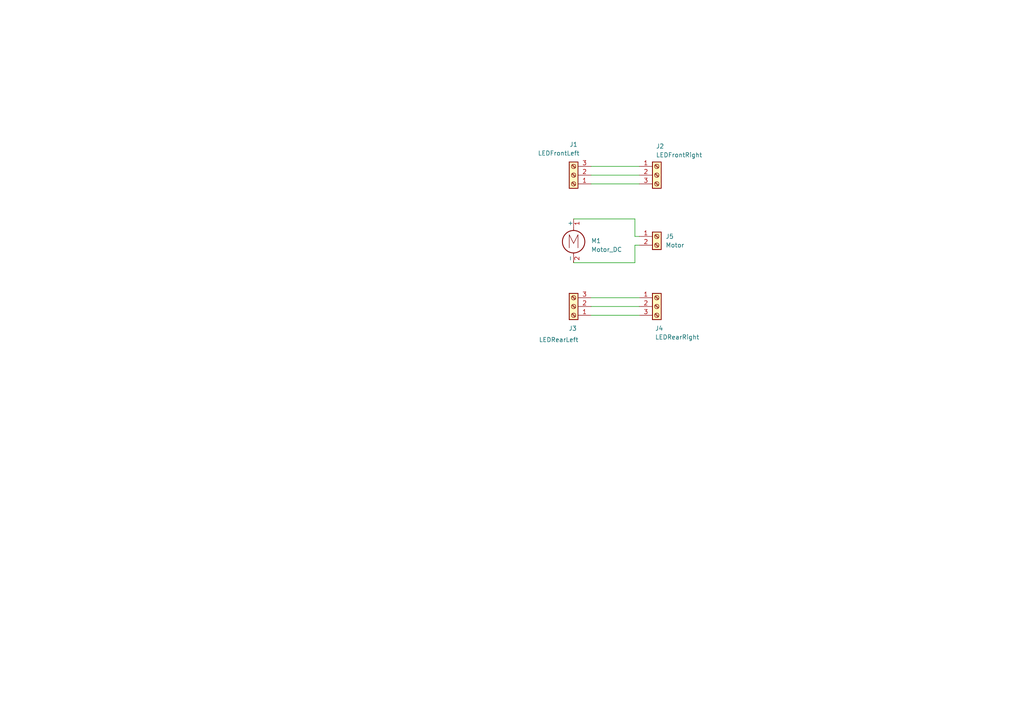
<source format=kicad_sch>
(kicad_sch (version 20250114) (generator "eeschema") (generator_version "9.0")
  (paper "A4")
  (lib_symbols
    (symbol "Connector:Screw_Terminal_01x02" (pin_names (offset 1.016) (hide yes))
      (property "Reference" "J" (at 0 2.54 0))
      (property "Value" "Screw_Terminal_01x02" (at 0 -5.08 0))
      (symbol "Screw_Terminal_01x02_1_1"
        (rectangle (start -1.27 1.27) (end 1.27 -3.81) (stroke (width 0.254)) (fill (type background)))
        (polyline (pts (xy -0.5334 0.3302) (xy 0.3302 -0.508)) (stroke (width 0.1524)))
        (polyline (pts (xy -0.5334 -2.2098) (xy 0.3302 -3.048)) (stroke (width 0.1524)))
        (polyline (pts (xy -0.3556 0.508) (xy 0.508 -0.3302)) (stroke (width 0.1524)))
        (polyline (pts (xy -0.3556 -2.032) (xy 0.508 -2.8702)) (stroke (width 0.1524)))
        (circle (center 0 0) (radius 0.635) (stroke (width 0.1524)))
        (circle (center 0 -2.54) (radius 0.635) (stroke (width 0.1524)))
        (pin passive line (at -5.08 0 0) (length 3.81) (name "Pin_1") (number "1"))
        (pin passive line (at -5.08 -2.54 0) (length 3.81) (name "Pin_2") (number "2"))
      )
    )
    (symbol "Connector:Screw_Terminal_01x03" (pin_names (offset 1.016) (hide yes))
      (property "Reference" "J" (at 0 5.08 0))
      (property "Value" "Screw_Terminal_01x03" (at 0 -5.08 0))
      (symbol "Screw_Terminal_01x03_1_1"
        (rectangle (start -1.27 3.81) (end 1.27 -3.81) (stroke (width 0.254)) (fill (type background)))
        (polyline (pts (xy -0.5334 2.8702) (xy 0.3302 2.032)) (stroke (width 0.1524)))
        (polyline (pts (xy -0.5334 0.3302) (xy 0.3302 -0.508)) (stroke (width 0.1524)))
        (polyline (pts (xy -0.5334 -2.2098) (xy 0.3302 -3.048)) (stroke (width 0.1524)))
        (polyline (pts (xy -0.3556 3.048) (xy 0.508 2.2098)) (stroke (width 0.1524)))
        (polyline (pts (xy -0.3556 0.508) (xy 0.508 -0.3302)) (stroke (width 0.1524)))
        (polyline (pts (xy -0.3556 -2.032) (xy 0.508 -2.8702)) (stroke (width 0.1524)))
        (circle (center 0 2.54) (radius 0.635) (stroke (width 0.1524)))
        (circle (center 0 0) (radius 0.635) (stroke (width 0.1524)))
        (circle (center 0 -2.54) (radius 0.635) (stroke (width 0.1524)))
        (pin passive line (at -5.08 2.54 0) (length 3.81) (name "Pin_1") (number "1"))
        (pin passive line (at -5.08 0 0) (length 3.81) (name "Pin_2") (number "2"))
        (pin passive line (at -5.08 -2.54 0) (length 3.81) (name "Pin_3") (number "3"))
      )
    )
    (symbol "Motor:Motor_DC" (pin_names (offset 0))
      (property "Reference" "M" (at 2.54 2.54 0))
      (property "Value" "Motor_DC" (at 2.54 -5.08 0))
      (symbol "Motor_DC_0_0"
        (polyline (pts (xy -1.27 -3.302) (xy -1.27 0.508) (xy 0 -2.032) (xy 1.27 0.508) (xy 1.27 -3.302)))
      )
      (symbol "Motor_DC_0_1"
        (polyline (pts (xy 0 2.032) (xy 0 2.54)))
        (polyline (pts (xy 0 1.7272) (xy 0 2.0828)))
        (circle (center 0 -1.524) (radius 3.2512) (stroke (width 0.254)))
        (polyline (pts (xy 0 -4.7752) (xy 0 -5.1816)))
        (polyline (pts (xy 0 -7.62) (xy 0 -7.112)))
      )
      (symbol "Motor_DC_1_1"
        (pin passive line (at 0 5.08 270) (length 2.54) (name "+") (number "1"))
        (pin passive line (at 0 -7.62 90) (length 2.54) (name "-") (number "2"))
      )
    )
  )
  (wire (pts (xy 184.15 68.58) (xy 185.42 68.58)))
  (wire (pts (xy 184.15 71.12) (xy 184.15 76.2)))
  (wire (pts (xy 171.45 88.9) (xy 185.42 88.9)))
  (wire (pts (xy 171.45 53.34) (xy 185.42 53.34)))
  (wire (pts (xy 184.15 71.12) (xy 185.42 71.12)))
  (wire (pts (xy 171.45 86.36) (xy 185.42 86.36)))
  (wire (pts (xy 166.37 63.5) (xy 184.15 63.5)))
  (wire (pts (xy 171.45 91.44) (xy 185.42 91.44)))
  (wire (pts (xy 171.45 48.26) (xy 185.42 48.26)))
  (wire (pts (xy 184.15 76.2) (xy 166.37 76.2)))
  (wire (pts (xy 184.15 63.5) (xy 184.15 68.58)))
  (wire (pts (xy 171.45 50.8) (xy 185.42 50.8)))
  (symbol (lib_id "Connector:Screw_Terminal_01x03") (at 190.5 50.8 0) (unit 1)
    (property "Reference" "J2" (at 190.246 42.418 0) (effects (justify left)))
    (property "Value" "LEDFrontRight" (at 190.246 44.958 0) (effects (justify left)))
    (property "Footprint" "Connector_JST:JST_XH_S3B-XH-A_1x03_P2.50mm_Horizontal" (effects (hide yes)))
    (property "Datasheet" "https://cz.mouser.com/datasheet/3/1070/1/eXH.pdf" (effects (hide yes)))
    (property "Description" "JST XH 3 pin, zásuvka, boční" (effects (hide yes)))
    (property "Manufacturer Part Number" "S3B-XH-A-E(LF)(SN)" (effects (hide yes)))
    (property "Supplier" "Mouser" (effects (hide yes)))
    (property "Supplier Part Number" "306-S3BXHAELFSN" (effects (hide yes)))
  )
  (symbol (lib_id "Connector:Screw_Terminal_01x03") (at 190.5 88.9 0) (unit 1)
    (property "Reference" "J4" (at 189.992 95.25 0) (effects (justify left)))
    (property "Value" "LEDRearRight" (at 189.992 97.79 0) (effects (justify left)))
    (property "Footprint" "Connector_JST:JST_XH_S3B-XH-A_1x03_P2.50mm_Horizontal" (effects (hide yes)))
    (property "Datasheet" "https://cz.mouser.com/datasheet/3/1070/1/eXH.pdf" (effects (hide yes)))
    (property "Description" "JST XH 3 pin, zásuvka, boční" (effects (hide yes)))
    (property "Manufacturer Part Number" "S3B-XH-A-E(LF)(SN)" (effects (hide yes)))
    (property "Supplier" "Mouser" (effects (hide yes)))
    (property "Supplier Part Number" "306-S3BXHAELFSN" (effects (hide yes)))
  )
  (symbol (lib_id "Motor:Motor_DC") (at 166.37 68.58 0) (unit 1)
    (property "Reference" "M1" (at 171.45 69.8499 0) (effects (justify left)))
    (property "Value" "Motor_DC" (at 171.45 72.3899 0) (effects (justify left)))
    (property "Footprint" "topMotor:topMotor" (effects (hide yes)))
    (property "Description" "DC Motor" (effects (hide yes)))
  )
  (symbol (lib_id "Connector:Screw_Terminal_01x03") (at 166.37 88.9 180) (unit 1)
    (property "Reference" "J3" (at 166.116 95.25 0))
    (property "Value" "LEDRearLeft" (at 162.052 98.552 0))
    (property "Footprint" "Connector_JST:JST_XH_S3B-XH-A_1x03_P2.50mm_Horizontal" (effects (hide yes)))
    (property "Datasheet" "https://cz.mouser.com/datasheet/3/1070/1/eXH.pdf" (effects (hide yes)))
    (property "Description" "JST XH 3 pin, zásuvka, boční" (effects (hide yes)))
    (property "Manufacturer Part Number" "S3B-XH-A-E(LF)(SN)" (effects (hide yes)))
    (property "Supplier" "Mouser" (effects (hide yes)))
    (property "Supplier Part Number" "306-S3BXHAELFSN" (effects (hide yes)))
  )
  (symbol (lib_id "Connector:Screw_Terminal_01x03") (at 166.37 50.8 180) (unit 1)
    (property "Reference" "J1" (at 166.37 41.91 0))
    (property "Value" "LEDFrontLeft" (at 162.052 44.45 0))
    (property "Footprint" "Connector_JST:JST_XH_S3B-XH-A_1x03_P2.50mm_Horizontal" (effects (hide yes)))
    (property "Datasheet" "https://cz.mouser.com/datasheet/3/1070/1/eXH.pdf" (effects (hide yes)))
    (property "Description" "JST XH 3 pin, zásuvka, boční" (effects (hide yes)))
    (property "Manufacturer Part Number" "S3B-XH-A-E(LF)(SN)" (effects (hide yes)))
    (property "Supplier" "Mouser" (effects (hide yes)))
    (property "Supplier Part Number" "306-S3BXHAELFSN" (effects (hide yes)))
  )
  (symbol (lib_id "Connector:Screw_Terminal_01x02") (at 190.5 68.58 0) (unit 1)
    (property "Reference" "J5" (at 193.04 68.5799 0) (effects (justify left)))
    (property "Value" "Motor" (at 193.04 71.1199 0) (effects (justify left)))
    (property "Footprint" "Connector_JST:JST_XH_S2B-XH-A_1x02_P2.50mm_Horizontal" (effects (hide yes)))
    (property "Datasheet" "https://cz.mouser.com/datasheet/3/1070/1/eXH.pdf" (effects (hide yes)))
    (property "Description" "JST XH 2 pin, zásuvka, boční" (effects (hide yes)))
    (property "Manufacturer Part Number" "S2B-XH-A-BK(LF)(SN)" (effects (hide yes)))
    (property "Supplier" "Mouser" (effects (hide yes)))
    (property "Supplier Part Number" "306-S2BXHABKLFSN" (effects (hide yes)))
  )
)
</source>
